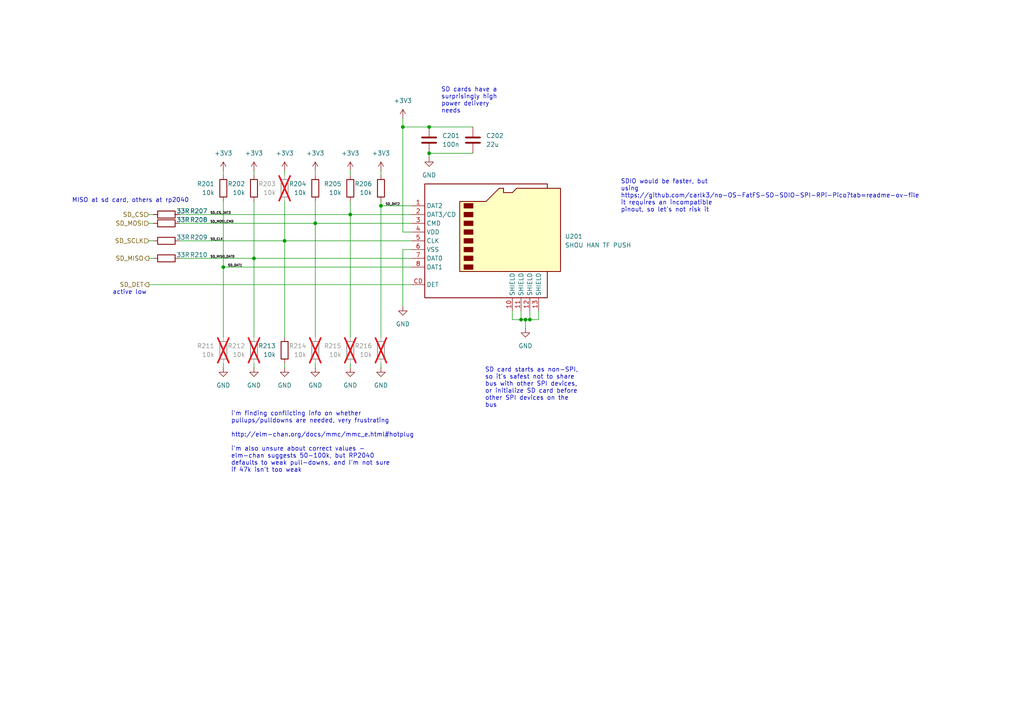
<source format=kicad_sch>
(kicad_sch (version 20231120) (generator "eeschema") (generator_version "8.0")
  (paper "A4")
  (lib_symbols
    (symbol "Device:C" (pin_numbers hide) (pin_names (offset 0.254))
      (property "Reference" "C" (at 0.635 2.54 0))
      (property "Value" "C" (at 0.635 -2.54 0))
      (symbol "C_0_1"
        (polyline (pts (xy -2.032 -0.762) (xy 2.032 -0.762)) (stroke (width 0.508)))
        (polyline (pts (xy -2.032 0.762) (xy 2.032 0.762)) (stroke (width 0.508)))
      )
      (symbol "C_1_1"
        (pin passive line (at 0 3.81 270) (length 2.794) (name "~") (number "1"))
        (pin passive line (at 0 -3.81 90) (length 2.794) (name "~") (number "2"))
      )
    )
    (symbol "Device:R" (pin_numbers hide) (pin_names (offset 0))
      (property "Reference" "R" (at 2.032 0 90))
      (property "Value" "R" (at 0 0 90))
      (symbol "R_0_1"
        (rectangle (start -1.016 -2.54) (end 1.016 2.54) (stroke (width 0.254)))
      )
      (symbol "R_1_1"
        (pin passive line (at 0 3.81 270) (length 1.27) (name "~") (number "1"))
        (pin passive line (at 0 -3.81 90) (length 1.27) (name "~") (number "2"))
      )
    )
    (symbol "led-matrix:micro-sd-tf-push"
      (property "Reference" "U" (at 0 0 0))
      (property "Value" "SHOU HAN TF PUSH" (at 0 0 0))
      (symbol "micro-sd-tf-push_0_1"
        (rectangle (start -6.35 -26.035) (end -3.81 -27.305) (stroke (width 0.254)) (fill (type outline)))
        (rectangle (start -6.35 -23.495) (end -3.81 -24.765) (stroke (width 0.254)) (fill (type outline)))
        (rectangle (start -6.35 -20.955) (end -3.81 -22.225) (stroke (width 0.254)) (fill (type outline)))
        (rectangle (start -6.35 -18.415) (end -3.81 -19.685) (stroke (width 0.254)) (fill (type outline)))
        (rectangle (start -6.35 -15.875) (end -3.81 -17.145) (stroke (width 0.254)) (fill (type outline)))
        (rectangle (start -6.35 -13.335) (end -3.81 -14.605) (stroke (width 0.254)) (fill (type outline)))
        (rectangle (start -6.35 -10.795) (end -3.81 -12.065) (stroke (width 0.254)) (fill (type outline)))
        (rectangle (start -6.35 -8.255) (end -3.81 -9.525) (stroke (width 0.254)) (fill (type outline)))
        (polyline (pts (xy 17.78 -3.81) (xy 17.78 -2.54) (xy -17.78 -2.54) (xy -17.78 -35.56) (xy 17.78 -35.56) (xy 17.78 -27.94)) (stroke (width 0.254)))
        (polyline (pts (xy -7.62 -27.94) (xy -7.62 -7.62) (xy 0 -7.62) (xy 3.81 -3.81) (xy 5.08 -3.81) (xy 5.08 -5.08) (xy 7.62 -5.08) (xy 8.89 -3.81) (xy 21.59 -3.81) (xy 21.59 -27.94) (xy -7.62 -27.94)) (stroke (width 0.254)) (fill (type background)))
      )
      (symbol "micro-sd-tf-push_1_1"
        (pin bidirectional line (at -21.59 -8.89 0) (length 3.81) (name "DAT2") (number "1"))
        (pin passive line (at 7.62 -39.37 90) (length 3.81) (name "SHIELD") (number "10"))
        (pin passive line (at 10.16 -39.37 90) (length 3.81) (name "SHIELD") (number "11"))
        (pin passive line (at 12.7 -39.37 90) (length 3.81) (name "SHIELD") (number "12"))
        (pin passive line (at 15.24 -39.37 90) (length 3.81) (name "SHIELD") (number "13"))
        (pin bidirectional line (at -21.59 -11.43 0) (length 3.81) (name "DAT3/CD") (number "2"))
        (pin input line (at -21.59 -13.97 0) (length 3.81) (name "CMD") (number "3"))
        (pin power_in line (at -21.59 -16.51 0) (length 3.81) (name "VDD") (number "4"))
        (pin input line (at -21.59 -19.05 0) (length 3.81) (name "CLK") (number "5"))
        (pin power_in line (at -21.59 -21.59 0) (length 3.81) (name "VSS") (number "6"))
        (pin bidirectional line (at -21.59 -24.13 0) (length 3.81) (name "DAT0") (number "7"))
        (pin bidirectional line (at -21.59 -26.67 0) (length 3.81) (name "DAT1") (number "8"))
        (pin passive line (at -21.59 -31.75 0) (length 3.81) (name "DET") (number "CD"))
      )
    )
    (symbol "power:+3V3" (power) (pin_numbers hide) (pin_names (offset 0) hide)
      (property "Value" "+3V3" (at 0 3.556 0))
      (symbol "+3V3_0_1"
        (polyline (pts (xy -0.762 1.27) (xy 0 2.54)))
        (polyline (pts (xy 0 0) (xy 0 2.54)))
        (polyline (pts (xy 0 2.54) (xy 0.762 1.27)))
      )
      (symbol "+3V3_1_1"
        (pin power_in line (at 0 0 90) (length 0) (name "~") (number "1"))
      )
    )
    (symbol "power:GND" (power) (pin_numbers hide) (pin_names (offset 0) hide)
      (property "Value" "GND" (at 0 -3.81 0))
      (symbol "GND_0_1"
        (polyline (pts (xy 0 0) (xy 0 -1.27) (xy 1.27 -1.27) (xy 0 -2.54) (xy -1.27 -1.27) (xy 0 -1.27)))
      )
      (symbol "GND_1_1"
        (pin power_in line (at 0 0 270) (length 0) (name "~") (number "1"))
      )
    )
  )
  (junction (at 124.46 36.83))
  (junction (at 116.84 36.83))
  (junction (at 124.46 44.45))
  (junction (at 73.66 74.93))
  (junction (at 64.77 77.47))
  (junction (at 153.67 92.71))
  (junction (at 101.6 62.23))
  (junction (at 151.13 92.71))
  (junction (at 91.44 64.77))
  (junction (at 152.4 92.71))
  (junction (at 82.55 69.85))
  (junction (at 110.49 59.69))
  (wire (pts (xy 64.77 97.79) (xy 64.77 77.47)))
  (wire (pts (xy 82.55 58.42) (xy 82.55 69.85)))
  (wire (pts (xy 91.44 64.77) (xy 91.44 97.79)))
  (wire (pts (xy 124.46 45.72) (xy 124.46 44.45)))
  (wire (pts (xy 101.6 62.23) (xy 101.6 97.79)))
  (wire (pts (xy 116.84 72.39) (xy 119.38 72.39)))
  (wire (pts (xy 153.67 92.71) (xy 156.21 92.71)))
  (wire (pts (xy 101.6 62.23) (xy 119.38 62.23)))
  (wire (pts (xy 110.49 49.53) (xy 110.49 50.8)))
  (wire (pts (xy 124.46 44.45) (xy 137.16 44.45)))
  (wire (pts (xy 44.45 64.77) (xy 43.18 64.77)))
  (wire (pts (xy 73.66 74.93) (xy 119.38 74.93)))
  (wire (pts (xy 73.66 49.53) (xy 73.66 50.8)))
  (wire (pts (xy 73.66 74.93) (xy 73.66 97.79)))
  (wire (pts (xy 148.59 92.71) (xy 151.13 92.71)))
  (wire (pts (xy 52.07 69.85) (xy 82.55 69.85)))
  (wire (pts (xy 82.55 69.85) (xy 82.55 97.79)))
  (wire (pts (xy 101.6 58.42) (xy 101.6 62.23)))
  (wire (pts (xy 110.49 97.79) (xy 110.49 59.69)))
  (wire (pts (xy 52.07 64.77) (xy 91.44 64.77)))
  (wire (pts (xy 152.4 92.71) (xy 153.67 92.71)))
  (wire (pts (xy 44.45 62.23) (xy 43.18 62.23)))
  (wire (pts (xy 52.07 62.23) (xy 101.6 62.23)))
  (wire (pts (xy 116.84 67.31) (xy 116.84 36.83)))
  (wire (pts (xy 82.55 69.85) (xy 119.38 69.85)))
  (wire (pts (xy 110.49 59.69) (xy 119.38 59.69)))
  (wire (pts (xy 119.38 67.31) (xy 116.84 67.31)))
  (wire (pts (xy 151.13 92.71) (xy 152.4 92.71)))
  (wire (pts (xy 44.45 69.85) (xy 43.18 69.85)))
  (wire (pts (xy 116.84 88.9) (xy 116.84 72.39)))
  (wire (pts (xy 124.46 36.83) (xy 137.16 36.83)))
  (wire (pts (xy 44.45 74.93) (xy 43.18 74.93)))
  (wire (pts (xy 91.44 106.68) (xy 91.44 105.41)))
  (wire (pts (xy 101.6 49.53) (xy 101.6 50.8)))
  (wire (pts (xy 82.55 106.68) (xy 82.55 105.41)))
  (wire (pts (xy 152.4 92.71) (xy 152.4 95.25)))
  (wire (pts (xy 110.49 58.42) (xy 110.49 59.69)))
  (wire (pts (xy 151.13 90.17) (xy 151.13 92.71)))
  (wire (pts (xy 43.18 82.55) (xy 119.38 82.55)))
  (wire (pts (xy 64.77 77.47) (xy 119.38 77.47)))
  (wire (pts (xy 116.84 36.83) (xy 124.46 36.83)))
  (wire (pts (xy 82.55 49.53) (xy 82.55 50.8)))
  (wire (pts (xy 73.66 58.42) (xy 73.66 74.93)))
  (wire (pts (xy 116.84 36.83) (xy 116.84 34.29)))
  (wire (pts (xy 153.67 90.17) (xy 153.67 92.71)))
  (wire (pts (xy 101.6 106.68) (xy 101.6 105.41)))
  (wire (pts (xy 156.21 92.71) (xy 156.21 90.17)))
  (wire (pts (xy 110.49 106.68) (xy 110.49 105.41)))
  (wire (pts (xy 91.44 49.53) (xy 91.44 50.8)))
  (wire (pts (xy 52.07 74.93) (xy 73.66 74.93)))
  (wire (pts (xy 64.77 58.42) (xy 64.77 77.47)))
  (wire (pts (xy 64.77 49.53) (xy 64.77 50.8)))
  (wire (pts (xy 64.77 106.68) (xy 64.77 105.41)))
  (wire (pts (xy 91.44 58.42) (xy 91.44 64.77)))
  (wire (pts (xy 91.44 64.77) (xy 119.38 64.77)))
  (wire (pts (xy 148.59 90.17) (xy 148.59 92.71)))
  (wire (pts (xy 73.66 106.68) (xy 73.66 105.41)))
  (text_box "SD card starts as non-SPI, so it's safest not to share bus with other SPI devices, or initialize SD card before other SPI devices on the bus" (at 139.7 105.41 0) (size 29.21 13.97) (stroke (width -0.0001)) (effects (font (size 1.27 1.27)) (justify left top)))
  (text_box "i'm finding conflicting info on whether pullups/pulldowns are needed, very frustrating\n\nhttp://elm-chan.org/docs/mmc/mmc_e.html#hotplug\n\ni'm also unsure about correct values - elm-chan suggests 50-100k, but RP2040 defaults to weak pull-downs, and I'm not sure if 47k isn't too weak" (at 66.04 118.11 0) (size 48.26 13.97) (stroke (width -0.0001)) (effects (font (size 1.27 1.27)) (justify left top)))
  (text_box "SD cards have a surprisingly high power delivery needs" (at 127 24.13 0) (size 20.32 12.7) (stroke (width -0.0001)) (effects (font (size 1.27 1.27)) (justify left top)))
  (text_box "SDIO would be faster, but using https://github.com/carlk3/no-OS-FatFS-SD-SDIO-SPI-RPi-Pico?tab=readme-ov-file it requires an incompatible pinout, so let's not risk it" (at 179.07 50.8 0) (size 29.21 13.97) (stroke (width -0.0001)) (effects (font (size 1.27 1.27)) (justify left top)))
  (text "active low" (at 37.592 84.836 0) (effects (font (size 1.27 1.27))))
  (text "MISO at sd card, others at rp2040" (at 37.846 58.166 0) (effects (font (size 1.27 1.27))))
  (label "SD_DAT1" (at 66.04 77.47 0) (effects (font (size 0.65 0.65))))
  (label "SD_CLK" (at 60.96 69.85 0) (effects (font (size 0.65 0.65))))
  (label "SD_CS_DAT3" (at 60.96 62.23 0) (effects (font (size 0.65 0.65))))
  (label "SD_DAT2" (at 111.76 59.69 0) (effects (font (size 0.65 0.65))))
  (label "SD_MOSI_CMD" (at 60.96 64.77 0) (effects (font (size 0.65 0.65))))
  (label "SD_MISO_DAT0" (at 60.96 74.93 0) (effects (font (size 0.65 0.65))))
  (hierarchical_label "SD_MOSI" (shape input) (at 43.18 64.77 180))
  (hierarchical_label "SD_SCLK" (shape input) (at 43.18 69.85 180))
  (hierarchical_label "SD_MISO" (shape output) (at 43.18 74.93 180))
  (hierarchical_label "SD_DET" (shape output) (at 43.18 82.55 180))
  (hierarchical_label "SD_CS" (shape input) (at 43.18 62.23 180))
  (symbol (lib_id "power:GND") (at 152.4 95.25 0) (unit 1)
    (property "Reference" "#PWR0210" (effects (hide yes)))
    (property "Value" "GND" (at 152.4 100.33 0))
    (property "Description" "Power symbol creates a global label with name \"GND\" , ground" (effects (hide yes)))
  )
  (symbol (lib_id "power:GND") (at 91.44 106.68 0) (unit 1)
    (property "Reference" "#PWR0214" (effects (hide yes)))
    (property "Value" "GND" (at 91.44 111.76 0))
    (property "Description" "Power symbol creates a global label with name \"GND\" , ground" (effects (hide yes)))
  )
  (symbol (lib_id "Device:R") (at 91.44 101.6 0) (mirror y) (unit 1) (in_bom no) (dnp yes)
    (property "Reference" "R214" (at 88.9 100.3299 0) (effects (justify left)))
    (property "Value" "10k" (at 88.9 102.8699 0) (effects (justify left)))
    (property "Footprint" "Resistor_SMD:R_0603_1608Metric" (effects (hide yes)))
    (property "Description" "Resistor" (effects (hide yes)))
    (property "LCSC" "C25804" (effects (hide yes)))
  )
  (symbol (lib_id "Device:C") (at 137.16 40.64 0) (unit 1)
    (property "Reference" "C202" (at 140.97 39.3699 0) (effects (justify left)))
    (property "Value" "22u" (at 140.97 41.9099 0) (effects (justify left)))
    (property "Footprint" "Capacitor_SMD:C_0805_2012Metric" (effects (hide yes)))
    (property "Description" "Unpolarized capacitor" (effects (hide yes)))
    (property "LCSC" "C45783" (effects (hide yes)))
  )
  (symbol (lib_id "Device:R") (at 110.49 54.61 0) (mirror y) (unit 1)
    (property "Reference" "R206" (at 107.95 53.3399 0) (effects (justify left)))
    (property "Value" "10k" (at 107.95 55.8799 0) (effects (justify left)))
    (property "Footprint" "Resistor_SMD:R_0603_1608Metric" (effects (hide yes)))
    (property "Description" "Resistor" (effects (hide yes)))
    (property "LCSC" "C25804" (effects (hide yes)))
  )
  (symbol (lib_id "power:+3V3") (at 101.6 49.53 0) (unit 1)
    (property "Reference" "#PWR0207" (effects (hide yes)))
    (property "Value" "+3V3" (at 101.6 44.45 0))
    (property "Description" "Power symbol creates a global label with name \"+3V3\"" (effects (hide yes)))
  )
  (symbol (lib_id "power:GND") (at 73.66 106.68 0) (unit 1)
    (property "Reference" "#PWR0212" (effects (hide yes)))
    (property "Value" "GND" (at 73.66 111.76 0))
    (property "Description" "Power symbol creates a global label with name \"GND\" , ground" (effects (hide yes)))
  )
  (symbol (lib_id "Device:R") (at 73.66 54.61 0) (mirror y) (unit 1)
    (property "Reference" "R202" (at 71.12 53.3399 0) (effects (justify left)))
    (property "Value" "10k" (at 71.12 55.8799 0) (effects (justify left)))
    (property "Footprint" "Resistor_SMD:R_0603_1608Metric" (effects (hide yes)))
    (property "Description" "Resistor" (effects (hide yes)))
    (property "LCSC" "C25804" (effects (hide yes)))
  )
  (symbol (lib_id "Device:R") (at 73.66 101.6 0) (mirror y) (unit 1) (in_bom no) (dnp yes)
    (property "Reference" "R212" (at 71.12 100.3299 0) (effects (justify left)))
    (property "Value" "10k" (at 71.12 102.8699 0) (effects (justify left)))
    (property "Footprint" "Resistor_SMD:R_0603_1608Metric" (effects (hide yes)))
    (property "Description" "Resistor" (effects (hide yes)))
    (property "LCSC" "C25804" (effects (hide yes)))
  )
  (symbol (lib_id "power:+3V3") (at 73.66 49.53 0) (unit 1)
    (property "Reference" "#PWR0204" (effects (hide yes)))
    (property "Value" "+3V3" (at 73.66 44.45 0))
    (property "Description" "Power symbol creates a global label with name \"+3V3\"" (effects (hide yes)))
  )
  (symbol (lib_id "Device:R") (at 110.49 101.6 0) (mirror y) (unit 1) (in_bom no) (dnp yes)
    (property "Reference" "R216" (at 107.95 100.3299 0) (effects (justify left)))
    (property "Value" "10k" (at 107.95 102.8699 0) (effects (justify left)))
    (property "Footprint" "Resistor_SMD:R_0603_1608Metric" (effects (hide yes)))
    (property "Description" "Resistor" (effects (hide yes)))
    (property "LCSC" "C25804" (effects (hide yes)))
  )
  (symbol (lib_id "Device:R") (at 64.77 54.61 0) (mirror y) (unit 1)
    (property "Reference" "R201" (at 62.23 53.3399 0) (effects (justify left)))
    (property "Value" "10k" (at 62.23 55.8799 0) (effects (justify left)))
    (property "Footprint" "Resistor_SMD:R_0603_1608Metric" (effects (hide yes)))
    (property "Description" "Resistor" (effects (hide yes)))
    (property "LCSC" "C25804" (effects (hide yes)))
  )
  (symbol (lib_id "Device:R") (at 48.26 69.85 90) (unit 1)
    (property "Reference" "R209" (at 57.658 68.834 90))
    (property "Value" "33R" (at 53.086 68.834 90))
    (property "Footprint" "Resistor_SMD:R_0402_1005Metric" (effects (hide yes)))
    (property "Description" "Resistor" (effects (hide yes)))
    (property "LCSC" "C25105" (effects (hide yes)))
  )
  (symbol (lib_id "power:+3V3") (at 64.77 49.53 0) (unit 1)
    (property "Reference" "#PWR0203" (effects (hide yes)))
    (property "Value" "+3V3" (at 64.77 44.45 0))
    (property "Description" "Power symbol creates a global label with name \"+3V3\"" (effects (hide yes)))
  )
  (symbol (lib_id "power:GND") (at 64.77 106.68 0) (unit 1)
    (property "Reference" "#PWR0211" (effects (hide yes)))
    (property "Value" "GND" (at 64.77 111.76 0))
    (property "Description" "Power symbol creates a global label with name \"GND\" , ground" (effects (hide yes)))
  )
  (symbol (lib_id "Device:R") (at 91.44 54.61 0) (mirror y) (unit 1)
    (property "Reference" "R204" (at 88.9 53.3399 0) (effects (justify left)))
    (property "Value" "10k" (at 88.9 55.8799 0) (effects (justify left)))
    (property "Footprint" "Resistor_SMD:R_0603_1608Metric" (effects (hide yes)))
    (property "Description" "Resistor" (effects (hide yes)))
    (property "LCSC" "C25804" (effects (hide yes)))
  )
  (symbol (lib_id "power:GND") (at 82.55 106.68 0) (unit 1)
    (property "Reference" "#PWR0213" (effects (hide yes)))
    (property "Value" "GND" (at 82.55 111.76 0))
    (property "Description" "Power symbol creates a global label with name \"GND\" , ground" (effects (hide yes)))
  )
  (symbol (lib_id "Device:R") (at 48.26 74.93 90) (unit 1)
    (property "Reference" "R210" (at 57.658 73.914 90))
    (property "Value" "33R" (at 53.086 73.914 90))
    (property "Footprint" "Resistor_SMD:R_0402_1005Metric" (effects (hide yes)))
    (property "Description" "Resistor" (effects (hide yes)))
    (property "LCSC" "C25105" (effects (hide yes)))
  )
  (symbol (lib_id "led-matrix:micro-sd-tf-push") (at 140.97 50.8 0) (unit 1) (in_bom no)
    (property "Reference" "U201" (at 163.83 68.5799 0) (effects (justify left)))
    (property "Value" "SHOU HAN TF PUSH" (at 163.83 71.1199 0) (effects (justify left)))
    (property "Footprint" "led-matrix:micro-sd-tf-push" (effects (hide yes)))
    (property "Datasheet" "https://wmsc.lcsc.com/wmsc/upload/file/pdf/v2/lcsc/1912111437_SHOU-HAN-TF-PUSH_C393941.pdf" (effects (hide yes)))
    (property "Description" "Cheap Micro SD slot from JLCPCB" (effects (hide yes)))
    (property "LCSC" "C393941" (effects (hide yes)))
  )
  (symbol (lib_id "Device:R") (at 101.6 54.61 0) (mirror y) (unit 1)
    (property "Reference" "R205" (at 99.06 53.3399 0) (effects (justify left)))
    (property "Value" "10k" (at 99.06 55.8799 0) (effects (justify left)))
    (property "Footprint" "Resistor_SMD:R_0603_1608Metric" (effects (hide yes)))
    (property "Description" "Resistor" (effects (hide yes)))
    (property "LCSC" "C25804" (effects (hide yes)))
  )
  (symbol (lib_id "power:GND") (at 110.49 106.68 0) (unit 1)
    (property "Reference" "#PWR0216" (effects (hide yes)))
    (property "Value" "GND" (at 110.49 111.76 0))
    (property "Description" "Power symbol creates a global label with name \"GND\" , ground" (effects (hide yes)))
  )
  (symbol (lib_id "Device:R") (at 82.55 101.6 0) (mirror y) (unit 1)
    (property "Reference" "R213" (at 80.01 100.3299 0) (effects (justify left)))
    (property "Value" "10k" (at 80.01 102.8699 0) (effects (justify left)))
    (property "Footprint" "Resistor_SMD:R_0603_1608Metric" (effects (hide yes)))
    (property "Description" "Resistor" (effects (hide yes)))
    (property "LCSC" "C25804" (effects (hide yes)))
  )
  (symbol (lib_id "Device:C") (at 124.46 40.64 0) (unit 1)
    (property "Reference" "C201" (at 128.27 39.3699 0) (effects (justify left)))
    (property "Value" "100n" (at 128.27 41.9099 0) (effects (justify left)))
    (property "Footprint" "Capacitor_SMD:C_0402_1005Metric" (effects (hide yes)))
    (property "Description" "Unpolarized capacitor" (effects (hide yes)))
    (property "LCSC" "C1525" (effects (hide yes)))
  )
  (symbol (lib_id "Device:R") (at 48.26 64.77 90) (unit 1)
    (property "Reference" "R208" (at 57.658 63.754 90))
    (property "Value" "33R" (at 53.086 63.754 90))
    (property "Footprint" "Resistor_SMD:R_0402_1005Metric" (effects (hide yes)))
    (property "Description" "Resistor" (effects (hide yes)))
    (property "LCSC" "C25105" (effects (hide yes)))
  )
  (symbol (lib_id "Device:R") (at 64.77 101.6 0) (mirror y) (unit 1) (in_bom no) (dnp yes)
    (property "Reference" "R211" (at 62.23 100.3299 0) (effects (justify left)))
    (property "Value" "10k" (at 62.23 102.8699 0) (effects (justify left)))
    (property "Footprint" "Resistor_SMD:R_0603_1608Metric" (effects (hide yes)))
    (property "Description" "Resistor" (effects (hide yes)))
    (property "LCSC" "C25804" (effects (hide yes)))
  )
  (symbol (lib_id "power:+3V3") (at 91.44 49.53 0) (unit 1)
    (property "Reference" "#PWR0206" (effects (hide yes)))
    (property "Value" "+3V3" (at 91.44 44.45 0))
    (property "Description" "Power symbol creates a global label with name \"+3V3\"" (effects (hide yes)))
  )
  (symbol (lib_id "Device:R") (at 101.6 101.6 0) (mirror y) (unit 1) (in_bom no) (dnp yes)
    (property "Reference" "R215" (at 99.06 100.3299 0) (effects (justify left)))
    (property "Value" "10k" (at 99.06 102.8699 0) (effects (justify left)))
    (property "Footprint" "Resistor_SMD:R_0603_1608Metric" (effects (hide yes)))
    (property "Description" "Resistor" (effects (hide yes)))
    (property "LCSC" "C25804" (effects (hide yes)))
  )
  (symbol (lib_id "power:+3V3") (at 116.84 34.29 0) (unit 1)
    (property "Reference" "#PWR0201" (effects (hide yes)))
    (property "Value" "+3V3" (at 116.84 29.21 0))
    (property "Description" "Power symbol creates a global label with name \"+3V3\"" (effects (hide yes)))
  )
  (symbol (lib_id "power:GND") (at 101.6 106.68 0) (unit 1)
    (property "Reference" "#PWR0215" (effects (hide yes)))
    (property "Value" "GND" (at 101.6 111.76 0))
    (property "Description" "Power symbol creates a global label with name \"GND\" , ground" (effects (hide yes)))
  )
  (symbol (lib_id "power:+3V3") (at 82.55 49.53 0) (unit 1)
    (property "Reference" "#PWR0205" (effects (hide yes)))
    (property "Value" "+3V3" (at 82.55 44.45 0))
    (property "Description" "Power symbol creates a global label with name \"+3V3\"" (effects (hide yes)))
  )
  (symbol (lib_id "power:GND") (at 116.84 88.9 0) (unit 1)
    (property "Reference" "#PWR0209" (effects (hide yes)))
    (property "Value" "GND" (at 116.84 93.98 0))
    (property "Description" "Power symbol creates a global label with name \"GND\" , ground" (effects (hide yes)))
  )
  (symbol (lib_id "Device:R") (at 82.55 54.61 0) (mirror y) (unit 1) (in_bom no) (dnp yes)
    (property "Reference" "R203" (at 80.01 53.3399 0) (effects (justify left)))
    (property "Value" "10k" (at 80.01 55.8799 0) (effects (justify left)))
    (property "Footprint" "Resistor_SMD:R_0603_1608Metric" (effects (hide yes)))
    (property "Description" "Resistor" (effects (hide yes)))
    (property "LCSC" "C25804" (effects (hide yes)))
  )
  (symbol (lib_id "power:GND") (at 124.46 45.72 0) (unit 1)
    (property "Reference" "#PWR0202" (effects (hide yes)))
    (property "Value" "GND" (at 124.46 50.8 0))
    (property "Description" "Power symbol creates a global label with name \"GND\" , ground" (effects (hide yes)))
  )
  (symbol (lib_id "power:+3V3") (at 110.49 49.53 0) (unit 1)
    (property "Reference" "#PWR0208" (effects (hide yes)))
    (property "Value" "+3V3" (at 110.49 44.45 0))
    (property "Description" "Power symbol creates a global label with name \"+3V3\"" (effects (hide yes)))
  )
  (symbol (lib_id "Device:R") (at 48.26 62.23 90) (unit 1)
    (property "Reference" "R207" (at 57.658 61.214 90))
    (property "Value" "33R" (at 53.086 61.214 90))
    (property "Footprint" "Resistor_SMD:R_0402_1005Metric" (effects (hide yes)))
    (property "Description" "Resistor" (effects (hide yes)))
    (property "LCSC" "C25105" (effects (hide yes)))
  )
)
</source>
